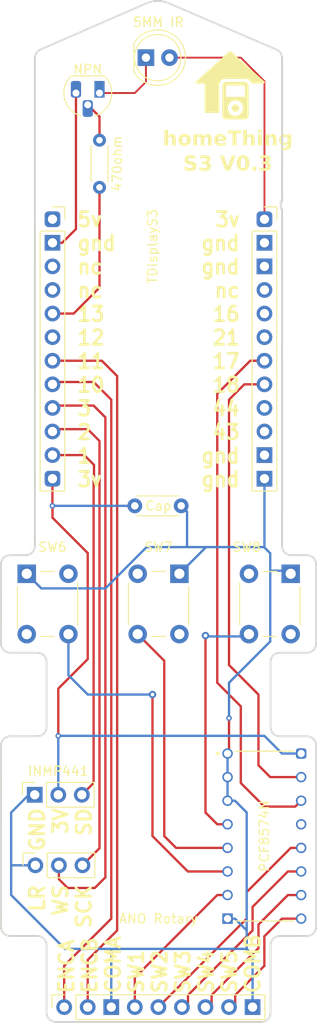
<source format=kicad_pcb>
(kicad_pcb (version 20221018) (generator pcbnew)
  (layers (0 "F.Cu" signal) (31 "B.Cu" signal) (34 "B.Paste" user) (35 "F.Paste" user) (36 "B.SilkS" user "B.Silkscreen") (37 "F.SilkS" user "F.Silkscreen") (38 "B.Mask" user) (39 "F.Mask" user) (44 "Edge.Cuts" user))
  (net 0 "")
  (net 1 "enca")
  (net 2 "ground")
  (net 3 "sw1")
  (net 4 "sw2")
  (net 5 "sw3")
  (net 6 "sw4")
  (net 7 "sw5")
  (net 8 "sw6")
  (net 9 "sw7")
  (net 10 "sw8")
  (net 11 "encb")
  (net 12 "3v")
  (net 13 "ground2")
  (net 14 "ws")
  (net 15 "sck")
  (net 16 "sd")
  (net 17 "irled")
  (net 18 "SDA")
  (net 19 "SCL")
  (net 20 "5v")
  (net 21 "3v2")
  (footprint "Resistor_THT:R_Axial_DIN0204_L3.6mm_D1.6mm_P5.08mm_Horizontal" (layer "F.Cu") (at 203.835 62.23 90)
    (fp_text reference "470ohm")
    (fp_text value "R_Axial_DIN0204_L3.6mm_D1.6mm_P5.08mm_Horizontal" hide)
  )
  (footprint "Connector_PinSocket_2.54mm:PinSocket_1x03_P2.54mm_Vertical" (layer "F.Cu") (at 196.917 135.225 90)
    (fp_text reference "INMP441 2" hide)
    (fp_text value "PinSocket_1x03_P2.54mm_Vertical" hide)
  )
  (footprint "Connector_PinSocket_2.54mm:PinSocket_1x09_P2.54mm_Vertical" (layer "F.Cu") (at 200.025 150.495 90)
    (fp_text reference "ANO Rotary")
    (fp_text value "PinSocket_1x09_P2.54mm_Vertical" hide)
  )
  (footprint "Button_Switch_THT:SW_PUSH_6mm_H9.5mm" (layer "F.Cu") (at 195.98602 110.335004 90)
    (fp_text reference "SW6")
    (fp_text value "SW_PUSH_6mm_H9.5mm" hide)
  )
  (footprint "Package_TO_SOT_THT:TO-92L_HandSolder" (layer "F.Cu") (at 203.835 52.07 180)
    (fp_text reference "NPN")
    (fp_text value "TO-92L_HandSolder" hide)
  )
  (footprint "PCF8574N:DIP794W45P254L1969H508Q16" (layer "F.Cu") (at 221.615 132.08)
    (fp_text reference "PCF8574N")
    (fp_text value "DIP794W45P254L1969H508Q16" hide)
  )
  (footprint "Button_Switch_THT:SW_PUSH_6mm_H9.5mm" (layer "F.Cu") (at 219.954436 110.336007 90)
    (fp_text reference "SW8")
    (fp_text value "SW_PUSH_6mm_H9.5mm" hide)
  )
  (footprint "Capacitor_THT:C_Disc_D4.3mm_W1.9mm_P5.00mm" (layer "F.Cu") (at 207.645 96.52)
    (fp_text reference "Cap")
    (fp_text value "C_Disc_D4.3mm_W1.9mm_P5.00mm" hide)
  )
  (footprint "LED_THT:LED_D5.0mm_Clear" (layer "F.Cu") (at 208.843066 48.26)
    (fp_text reference "5MM IR")
    (fp_text value "LED_D5.0mm_Clear" hide)
  )
  (footprint "Button_Switch_THT:SW_PUSH_6mm_H9.5mm" (layer "F.Cu") (at 207.954436 110.335525 90)
    (fp_text reference "SW7")
    (fp_text value "SW_PUSH_6mm_H9.5mm" hide)
  )
  (footprint "Connector_PinSocket_2.54mm:PinSocket_1x12_P2.54mm_Vertical" (layer "F.Cu") (at 198.765756 65.656891)
    (fp_text reference "TDisplayS3")
    (fp_text value "PinSocket_1x12_P2.54mm_Vertical" hide)
  )
  (footprint "Connector_PinSocket_2.54mm:PinSocket_1x12_P2.54mm_Vertical" (layer "F.Cu") (at 221.625756 65.657409)
    (fp_text reference "REF**" hide)
    (fp_text value "PinSocket_1x12_P2.54mm_Vertical" hide)
  )
  (footprint "Connector_PinSocket_2.54mm:PinSocket_1x03_P2.54mm_Vertical" (layer "F.Cu") (at 196.85 127.635 90)
    (fp_text reference "INMP441")
    (fp_text value "PinSocket_1x03_P2.54mm_Vertical" hide)
  )
  (gr_poly (pts (xy 217.928374 47.548488) (xy 217.934358 47.548883) (xy 217.940323 47.549546) (xy 217.946259 47.550478) (xy 217.952157 47.551678) (xy 217.958007 47.553147) (xy 217.963799 47.554883) (xy 217.969524 47.556888) (xy 217.975172 47.559161) (xy 217.980733 47.561703) (xy 217.986198 47.564513) (xy 217.991557 47.567591) (xy 217.9968 47.570938) (xy 218.001918 47.574553) (xy 218.006901 47.578437) (xy 218.011739 47.582588) (xy 221.615421 50.825651) (xy 221.61542 50.82566) (xy 221.623504 50.833521) (xy 221.630732 50.841745) (xy 221.637119 50.850293) (xy 221.642682 50.859124) (xy 221.647436 50.868198) (xy 221.651395 50.877475) (xy 221.654576 50.886915) (xy 221.656994 50.896477) (xy 221.658664 50.906122) (xy 221.659602 50.915808) (xy 221.659823 50.925496) (xy 221.659343 50.935146) (xy 221.658176 50.944718) (xy 221.65634 50.95417) (xy 221.653848 50.963463) (xy 221.650716 50.972557) (xy 221.646961 50.981412) (xy 221.642596 50.989987) (xy 221.637638 50.998241) (xy 221.632102 51.006136) (xy 221.626004 51.01363) (xy 221.619359 51.020684) (xy 221.612182 51.027256) (xy 221.604489 51.033308) (xy 221.596295 51.038798) (xy 221.587616 51.043687) (xy 221.578467 51.047934) (xy 221.568864 51.051499) (xy 221.558822 51.054341) (xy 221.548356 51.056422) (xy 221.537482 51.057699) (xy 221.526215 51.058134) (xy 220.515236 51.058134) (xy 220.515177 51.057885) (xy 220.515108 51.057599) (xy 220.515014 51.057227) (xy 220.298737 51.057227) (xy 220.293839 51.057137) (xy 220.288975 51.056869) (xy 220.284149 51.056426) (xy 220.279364 51.05581) (xy 220.274624 51.055025) (xy 220.269932 51.054071) (xy 220.265293 51.052952) (xy 220.260711 51.051671) (xy 220.256188 51.05023) (xy 220.251729 51.048631) (xy 220.247337 51.046878) (xy 220.243016 51.044972) (xy 220.23877 51.042916) (xy 220.234603 51.040713) (xy 220.230518 51.038365) (xy 220.226518 51.035876) (xy 220.222608 51.033246) (xy 220.218791 51.03048) (xy 220.215072 51.027579) (xy 220.211453 51.024546) (xy 220.207938 51.021384) (xy 220.204532 51.018095) (xy 220.201237 51.014682) (xy 220.198058 51.011147) (xy 220.194999 51.007492) (xy 220.192062 51.003722) (xy 220.189252 50.999837) (xy 220.186572 50.99584) (xy 220.184027 50.991735) (xy 220.181619 50.987523) (xy 220.179353 50.983208) (xy 220.177232 50.978791) (xy 220.161556 50.946092) (xy 220.143628 50.911933) (xy 220.123361 50.876806) (xy 220.100666 50.841204) (xy 220.075454 50.80562) (xy 220.047638 50.770545) (xy 220.017129 50.736473) (xy 219.983839 50.703897) (xy 219.947679 50.673308) (xy 219.928495 50.658912) (xy 219.908561 50.645199) (xy 219.887865 50.632229) (xy 219.866397 50.620063) (xy 219.844145 50.608764) (xy 219.821098 50.598393) (xy 219.797245 50.589012) (xy 219.772576 50.580681) (xy 219.747079 50.573463) (xy 219.720743 50.56742) (xy 219.693557 50.562612) (xy 219.665511 50.559102) (xy 219.636592 50.55695) (xy 219.60679 50.55622) (xy 217.430593 50.55622) (xy 217.387289 50.557281) (xy 217.345485 50.560425) (xy 217.305172 50.565594) (xy 217.266343 50.57273) (xy 217.22899 50.581774) (xy 217.193103 50.592668) (xy 217.158675 50.605353) (xy 217.125698 50.619771) (xy 217.094163 50.635864) (xy 217.064063 50.653573) (xy 217.035389 50.67284) (xy 217.008132 50.693606) (xy 216.982285 50.715813) (xy 216.957839 50.739404) (xy 216.934787 50.764318) (xy 216.91312 50.790499) (xy 216.892829 50.817887) (xy 216.873907 50.846425) (xy 216.856345 50.876053) (xy 216.840136 50.906714) (xy 216.82527 50.938349) (xy 216.81174 50.970899) (xy 216.788655 51.038514) (xy 216.770813 51.109092) (xy 216.758151 51.182164) (xy 216.750602 51.257266) (xy 216.7481 51.333928) (xy 216.763908 54.082586) (xy 216.763778 54.089448) (xy 216.763307 54.096223) (xy 216.762502 54.102901) (xy 216.761371 54.109474) (xy 216.759924 54.115935) (xy 216.758167 54.122273) (xy 216.756111 54.128482) (xy 216.753762 54.134552) (xy 216.75113 54.140475) (xy 216.748222 54.146243) (xy 216.745047 54.151847) (xy 216.741614 54.157278) (xy 216.73793 54.162529) (xy 216.734004 54.167592) (xy 216.729844 54.172456) (xy 216.725458 54.177115) (xy 216.720856 54.181559) (xy 216.716044 54.185781) (xy 216.711033 54.189771) (xy 216.705828 54.193522) (xy 216.700441 54.197024) (xy 216.694877 54.20027) (xy 216.689146 54.203251) (xy 216.683257 54.205959) (xy 216.677217 54.208385) (xy 216.671034 54.210521) (xy 216.664718 54.212358) (xy 216.658276 54.213888) (xy 216.651717 54.215103) (xy 216.645049 54.215994) (xy 216.63828 54.216552) (xy 216.631419 54.216769) (xy 216.181372 54.219668) (xy 216.181367 54.219287) (xy 216.181364 54.218868) (xy 216.181363 54.217991) (xy 215.308207 54.218612) (xy 215.301342 54.218443) (xy 215.294566 54.217933) (xy 215.287888 54.217089) (xy 215.281318 54.21592) (xy 215.274862 54.214434) (xy 215.26853 54.212641) (xy 215.262331 54.210547) (xy 215.256271 54.208161) (xy 215.25036 54.205493) (xy 215.244607 54.202549) (xy 215.239018 54.19934) (xy 215.233604 54.195872) (xy 215.228372 54.192155) (xy 215.223331 54.188196) (xy 215.218489 54.184005) (xy 215.213854 54.179589) (xy 215.209435 54.174958) (xy 215.205241 54.170118) (xy 215.201279 54.16508) (xy 215.197558 54.15985) (xy 215.194087 54.154438) (xy 215.190873 54.148852) (xy 215.187926 54.1431) (xy 215.185253 54.137191) (xy 215.182863 54.131133) (xy 215.180765 54.124935) (xy 215.178967 54.118604) (xy 215.177476 54.11215) (xy 215.176303 54.10558) (xy 215.175454 54.098903) (xy 215.174938 54.092128) (xy 215.174765 54.085262) (xy 215.174765 51.191474) (xy 215.174591 51.184612) (xy 215.174076 51.17784) (xy 215.173228 51.171166) (xy 215.172056 51.1646) (xy 215.170567 51.158148) (xy 215.16877 51.15182) (xy 215.166673 51.145624) (xy 215.164286 51.139568) (xy 215.161615 51.133661) (xy 215.15867 51.127912) (xy 215.155459 51.122327) (xy 215.151991 51.116917) (xy 215.148273 51.111689) (xy 215.144314 51.106651) (xy 215.140123 51.101813) (xy 215.135708 51.097181) (xy 215.131077 51.092766) (xy 215.126238 51.088575) (xy 215.121201 51.084616) (xy 215.115972 51.080898) (xy 215.110562 51.07743) (xy 215.104978 51.074219) (xy 215.099228 51.071274) (xy 215.093321 51.068604) (xy 215.087265 51.066216) (xy 215.081069 51.06412) (xy 215.074741 51.062323) (xy 215.06829 51.060834) (xy 215.061723 51.059661) (xy 215.055049 51.058813) (xy 215.048277 51.058298) (xy 215.041415 51.058125) (xy 214.335743 51.058125) (xy 214.32449 51.057691) (xy 214.313629 51.056416) (xy 214.303174 51.054339) (xy 214.293142 51.051502) (xy 214.283547 51.047944) (xy 214.274405 51.043705) (xy 214.265731 51.038826) (xy 214.257542 51.033346) (xy 214.249852 51.027305) (xy 214.242676 51.020744) (xy 214.236031 51.013702) (xy 214.229932 51.006221) (xy 214.224393 50.998339) (xy 214.219432 50.990097) (xy 214.215062 50.981534) (xy 214.211299 50.972692) (xy 214.20816 50.963611) (xy 214.205659 50.954329) (xy 214.203811 50.944888) (xy 214.202633 50.935327) (xy 214.202139 50.925687) (xy 214.202345 50.916007) (xy 214.203267 50.906328) (xy 214.20492 50.89669) (xy 214.207319 50.887133) (xy 214.210479 50.877697) (xy 214.214417 50.868421) (xy 214.219148 50.859347) (xy 214.224687 50.850514) (xy 214.231049 50.841963) (xy 214.23825 50.833733) (xy 214.246306 50.825864) (xy 217.833106 47.582801) (xy 217.837934 47.578638) (xy 217.842908 47.574743) (xy 217.848017 47.571115) (xy 217.853252 47.567756) (xy 217.858603 47.564665) (xy 217.864061 47.561842) (xy 217.869616 47.559287) (xy 217.875259 47.557001) (xy 217.880979 47.554982) (xy 217.886767 47.553232) (xy 217.892613 47.551749) (xy 217.898508 47.550535) (xy 217.904442 47.549589) (xy 217.910405 47.548912) (xy 217.916388 47.548502) (xy 217.922381 47.548361)) (fill solid) (layer "F.SilkS"))
  (gr_poly (pts (xy 218.506591 53.292792) (xy 218.516624 53.29318) (xy 218.526628 53.293822) (xy 218.536597 53.294717) (xy 218.546529 53.295861) (xy 218.556418 53.297253) (xy 218.566262 53.298888) (xy 218.576055 53.300765) (xy 218.585794 53.302881) (xy 218.595475 53.305233) (xy 218.605093 53.307818) (xy 218.614645 53.310633) (xy 218.624126 53.313677) (xy 218.633533 53.316946) (xy 218.642861 53.320437) (xy 218.652106 53.324148) (xy 218.661254 53.328076) (xy 218.670289 53.332219) (xy 218.679207 53.336572) (xy 218.688005 53.341135) (xy 218.696678 53.345904) (xy 218.705222 53.350877) (xy 218.713633 53.35605) (xy 218.721907 53.361422) (xy 218.73004 53.366988) (xy 218.738028 53.372747) (xy 218.745866 53.378697) (xy 218.753552 53.384833) (xy 218.76108 53.391154) (xy 218.768446 53.397657) (xy 218.775647 53.404338) (xy 218.782679 53.411196) (xy 218.7897 53.418391) (xy 218.796524 53.425734) (xy 218.80315 53.433225) (xy 218.809577 53.440859) (xy 218.815803 53.448634) (xy 218.821827 53.456547) (xy 218.827648 53.464596) (xy 218.833264 53.472778) (xy 218.838673 53.48109) (xy 218.843875 53.48953) (xy 218.848868 53.498095) (xy 218.853651 53.506781) (xy 218.858222 53.515587) (xy 218.86258 53.52451) (xy 218.866724 53.533546) (xy 218.870652 53.542694) (xy 218.874353 53.551939) (xy 218.877815 53.561267) (xy 218.881038 53.570674) (xy 218.884022 53.580155) (xy 218.886768 53.589707) (xy 218.889274 53.599326) (xy 218.891542 53.609006) (xy 218.893572 53.618745) (xy 218.895362 53.628539) (xy 218.896914 53.638382) (xy 218.898227 53.648272) (xy 218.899302 53.658203) (xy 218.900137 53.668173) (xy 218.900734 53.678177) (xy 218.901092 53.68821) (xy 218.901212 53.698269) (xy 218.901092 53.708165) (xy 218.900734 53.718056) (xy 218.900137 53.727936) (xy 218.899302 53.7378) (xy 218.898227 53.747642) (xy 218.896914 53.757456) (xy 218.895363 53.767239) (xy 218.893572 53.776983) (xy 218.891543 53.786684) (xy 218.889275 53.796336) (xy 218.886768 53.805933) (xy 218.884022 53.815471) (xy 218.881038 53.824944) (xy 218.877815 53.834347) (xy 218.874353 53.843673) (xy 218.870652 53.852918) (xy 218.866724 53.862066) (xy 218.86258 53.871103) (xy 218.858222 53.880025) (xy 218.853651 53.888831) (xy 218.848868 53.897518) (xy 218.843875 53.906082) (xy 218.838673 53.914522) (xy 218.833263 53.922834) (xy 218.827648 53.931016) (xy 218.821827 53.939066) (xy 218.815803 53.946979) (xy 218.809577 53.954754) (xy 218.80315 53.962388) (xy 218.796524 53.969878) (xy 218.7897 53.977222) (xy 218.782679 53.984416) (xy 218.775647 53.991274) (xy 218.768446 53.997956) (xy 218.76108 54.004459) (xy 218.753552 54.01078) (xy 218.745866 54.016916) (xy 218.738028 54.022865) (xy 218.73004 54.028624) (xy 218.721907 54.034191) (xy 218.713633 54.039562) (xy 218.705222 54.044736) (xy 218.696678 54.049708) (xy 218.688005 54.054477) (xy 218.679207 54.05904) (xy 218.670289 54.063394) (xy 218.661254 54.067537) (xy 218.652106 54.071465) (xy 218.642861 54.075175) (xy 218.633533 54.078667) (xy 218.624126 54.081935) (xy 218.614645 54.084979) (xy 218.605093 54.087795) (xy 218.595475 54.09038) (xy 218.585794 54.092731) (xy 218.576055 54.094847) (xy 218.566262 54.096724) (xy 218.556419 54.098359) (xy 218.546529 54.099751) (xy 218.536597 54.100895) (xy 218.526628 54.10179) (xy 218.516624 54.102433) (xy 218.506591 54.10282) (xy 218.496532 54.10295) (xy 218.486635 54.10282) (xy 218.476745 54.102433) (xy 218.466865 54.10179) (xy 218.457001 54.100895) (xy 218.447159 54.099751) (xy 218.437345 54.098359) (xy 218.427562 54.096724) (xy 218.417818 54.094847) (xy 218.408117 54.092731) (xy 218.398465 54.09038) (xy 218.388867 54.087795) (xy 218.379329 54.084979) (xy 218.369856 54.081935) (xy 218.360454 54.078667) (xy 218.351127 54.075175) (xy 218.341882 54.071465) (xy 218.332735 54.067537) (xy 218.323698 54.063394) (xy 218.314775 54.05904) (xy 218.305969 54.054477) (xy 218.297283 54.049708) (xy 218.288718 54.044736) (xy 218.280279 54.039562) (xy 218.271966 54.034191) (xy 218.263784 54.028624) (xy 218.255735 54.022865) (xy 218.247822 54.016916) (xy 218.240047 54.01078) (xy 218.232413 54.004459) (xy 218.224923 53.997956) (xy 218.217579 53.991274) (xy 218.210385 53.984416) (xy 218.203516 53.977222) (xy 218.196805 53.969878) (xy 218.190257 53.962388) (xy 218.183877 53.954754) (xy 218.17767 53.946979) (xy 218.171643 53.939065) (xy 218.1658 53.931016) (xy 218.160147 53.922834) (xy 218.154689 53.914522) (xy 218.149432 53.906082) (xy 218.144381 53.897518) (xy 218.139542 53.888831) (xy 218.13492 53.880025) (xy 218.130521 53.871103) (xy 218.126349 53.862066) (xy 218.122411 53.852918) (xy 218.11871 53.843673) (xy 218.115248 53.834347) (xy 218.112025 53.824944) (xy 218.109041 53.815471) (xy 218.106295 53.805933) (xy 218.103789 53.796336) (xy 218.10152 53.786684) (xy 218.099491 53.776983) (xy 218.097701 53.767239) (xy 218.096149 53.757456) (xy 218.094836 53.747642) (xy 218.093761 53.7378) (xy 218.092926 53.727936) (xy 218.092329 53.718056) (xy 218.091971 53.708165) (xy 218.091851 53.698269) (xy 218.091971 53.68821) (xy 218.092329 53.678177) (xy 218.092926 53.668173) (xy 218.093761 53.658203) (xy 218.094836 53.648272) (xy 218.096149 53.638382) (xy 218.0977 53.628539) (xy 218.099491 53.618745) (xy 218.10152 53.609006) (xy 218.103788 53.599326) (xy 218.106295 53.589707) (xy 218.109041 53.580155) (xy 218.112025 53.570674) (xy 218.115248 53.561267) (xy 218.11871 53.551939) (xy 218.122411 53.542694) (xy 218.126349 53.533546) (xy 218.130521 53.52451) (xy 218.13492 53.515587) (xy 218.139542 53.506781) (xy 218.144382 53.498095) (xy 218.149432 53.48953) (xy 218.154689 53.48109) (xy 218.160147 53.472778) (xy 218.1658 53.464596) (xy 218.171643 53.456547) (xy 218.17767 53.448633) (xy 218.183877 53.440858) (xy 218.190257 53.433224) (xy 218.196805 53.425734) (xy 218.203516 53.418391) (xy 218.210385 53.411196) (xy 218.217579 53.404338) (xy 218.224923 53.397657) (xy 218.232413 53.391154) (xy 218.240047 53.384833) (xy 218.247822 53.378697) (xy 218.255735 53.372747) (xy 218.263784 53.366988) (xy 218.271966 53.361422) (xy 218.280279 53.35605) (xy 218.288718 53.350877) (xy 218.297283 53.345904) (xy 218.305969 53.341135) (xy 218.314775 53.336572) (xy 218.323698 53.332219) (xy 218.332735 53.328076) (xy 218.341882 53.324148) (xy 218.351127 53.320437) (xy 218.360454 53.316946) (xy 218.369856 53.313677) (xy 218.379329 53.310633) (xy 218.388867 53.307818) (xy 218.398465 53.305233) (xy 218.408117 53.302881) (xy 218.417818 53.300765) (xy 218.427562 53.298888) (xy 218.437345 53.297253) (xy 218.447159 53.295861) (xy 218.457001 53.294717) (xy 218.466865 53.293822) (xy 218.476745 53.29318) (xy 218.486635 53.292792) (xy 218.496532 53.292662)) (fill solid) (layer "F.SilkS"))
  (gr_poly (pts (xy 219.518591 50.863775) (xy 219.528482 50.864133) (xy 219.538362 50.86473) (xy 219.548225 50.865566) (xy 219.558067 50.86664) (xy 219.567882 50.867953) (xy 219.577664 50.869505) (xy 219.587408 50.871296) (xy 219.597109 50.873325) (xy 219.606761 50.875593) (xy 219.616359 50.8781) (xy 219.625897 50.880845) (xy 219.63537 50.88383) (xy 219.644772 50.887053) (xy 219.654099 50.890515) (xy 219.663344 50.894215) (xy 219.672492 50.898144) (xy 219.681528 50.902287) (xy 219.690451 50.906646) (xy 219.699257 50.911217) (xy 219.707944 50.916) (xy 219.716508 50.920993) (xy 219.724948 50.926195) (xy 219.73326 50.931604) (xy 219.741442 50.93722) (xy 219.749491 50.943041) (xy 219.757405 50.949065) (xy 219.76518 50.955291) (xy 219.772814 50.961718) (xy 219.780304 50.968344) (xy 219.787647 50.975168) (xy 219.794842 50.982189) (xy 219.801863 50.989383) (xy 219.808687 50.996727) (xy 219.815313 51.004217) (xy 219.82174 51.011851) (xy 219.827966 51.019626) (xy 219.833991 51.02754) (xy 219.839811 51.035589) (xy 219.845427 51.043771) (xy 219.850836 51.052083) (xy 219.856038 51.060523) (xy 219.861031 51.069087) (xy 219.865814 51.077774) (xy 219.870385 51.08658) (xy 219.874744 51.095503) (xy 219.878888 51.104539) (xy 219.882816 51.113687) (xy 219.886516 51.122932) (xy 219.889978 51.132258) (xy 219.893201 51.141661) (xy 219.896185 51.151134) (xy 219.898931 51.160672) (xy 219.901438 51.17027) (xy 219.903706 51.179922) (xy 219.905735 51.189622) (xy 219.907526 51.199367) (xy 219.909077 51.209149) (xy 219.910391 51.218964) (xy 219.911465 51.228806) (xy 219.9123 51.238669) (xy 219.912897 51.248549) (xy 219.913255 51.25844) (xy 219.913375 51.268336) (xy 219.913375 54.506704) (xy 219.913255 54.516763) (xy 219.912897 54.526796) (xy 219.9123 54.5368) (xy 219.911465 54.54677) (xy 219.910391 54.556701) (xy 219.909077 54.566591) (xy 219.907526 54.576434) (xy 219.905735 54.586228) (xy 219.903706 54.595967) (xy 219.901438 54.605647) (xy 219.898931 54.615266) (xy 219.896185 54.624817) (xy 219.893201 54.634299) (xy 219.889978 54.643705) (xy 219.886516 54.653033) (xy 219.882816 54.662279) (xy 219.878888 54.671426) (xy 219.874744 54.680461) (xy 219.870385 54.68938) (xy 219.865814 54.698177) (xy 219.861031 54.70685) (xy 219.856038 54.715394) (xy 219.850836 54.723805) (xy 219.845427 54.732079) (xy 219.839811 54.740212) (xy 219.833991 54.7482) (xy 219.827966 54.756038) (xy 219.82174 54.763723) (xy 219.815313 54.771251) (xy 219.808687 54.778618) (xy 219.801863 54.785819) (xy 219.794842 54.79285) (xy 219.787647 54.799871) (xy 219.780304 54.806696) (xy 219.772813 54.813322) (xy 219.765179 54.819749) (xy 219.757404 54.825975) (xy 219.749491 54.831999) (xy 219.741442 54.83782) (xy 219.73326 54.843435) (xy 219.724948 54.848845) (xy 219.716508 54.854047) (xy 219.707943 54.85904) (xy 219.699257 54.863823) (xy 219.690451 54.868394) (xy 219.681528 54.872752) (xy 219.672492 54.876896) (xy 219.663344 54.880825) (xy 219.654099 54.884525) (xy 219.644772 54.887987) (xy 219.63537 54.89121) (xy 219.625897 54.894194) (xy 219.616359 54.89694) (xy 219.606761 54.899447) (xy 219.597109 54.901715) (xy 219.587408 54.903744) (xy 219.577664 54.905535) (xy 219.567882 54.907086) (xy 219.558067 54.9084) (xy 219.548225 54.909474) (xy 219.538362 54.91031) (xy 219.528482 54.910906) (xy 219.518591 54.911265) (xy 219.508695 54.911384) (xy 217.484368 54.911384) (xy 217.474472 54.911265) (xy 217.464581 54.910906) (xy 217.454701 54.91031) (xy 217.444837 54.909474) (xy 217.434995 54.9084) (xy 217.425181 54.907086) (xy 217.415398 54.905535) (xy 217.405654 54.903744) (xy 217.395953 54.901715) (xy 217.386301 54.899447) (xy 217.376703 54.89694) (xy 217.367165 54.894194) (xy 217.357692 54.89121) (xy 217.34829 54.887987) (xy 217.338964 54.884525) (xy 217.329719 54.880825) (xy 217.320571 54.876896) (xy 217.311534 54.872752) (xy 217.302611 54.868394) (xy 217.293805 54.863823) (xy 217.285119 54.85904) (xy 217.276554 54.854047) (xy 217.268114 54.848845) (xy 217.259802 54.843435) (xy 217.25162 54.83782) (xy 217.243571 54.831999) (xy 217.235658 54.825975) (xy 217.227883 54.819749) (xy 217.220249 54.813322) (xy 217.212759 54.806696) (xy 217.205415 54.799871) (xy 217.19822 54.79285) (xy 217.191199 54.785819) (xy 217.184375 54.778618) (xy 217.177749 54.771251) (xy 217.171322 54.763723) (xy 217.165096 54.756038) (xy 217.159072 54.7482) (xy 217.153251 54.740212) (xy 217.147635 54.732079) (xy 217.142226 54.723805) (xy 217.137024 54.715394) (xy 217.132031 54.70685) (xy 217.127248 54.698177) (xy 217.122677 54.68938) (xy 217.118319 54.680461) (xy 217.114175 54.671426) (xy 217.110246 54.662279) (xy 217.106546 54.653033) (xy 217.103084 54.643705) (xy 217.099861 54.634299) (xy 217.096877 54.624817) (xy 217.094131 54.615266) (xy 217.091625 54.605647) (xy 217.089357 54.595967) (xy 217.087327 54.586228) (xy 217.085537 54.576434) (xy 217.083985 54.566591) (xy 217.082672 54.556701) (xy 217.081597 54.54677) (xy 217.080762 54.5368) (xy 217.080165 54.526796) (xy 217.079807 54.516763) (xy 217.079687 54.506704) (xy 217.079687 53.698269) (xy 217.687171 53.698269) (xy 217.68742 53.718062) (xy 217.688166 53.737843) (xy 217.689405 53.757603) (xy 217.691136 53.77733) (xy 217.693354 53.797014) (xy 217.696059 53.816644) (xy 217.699246 53.836208) (xy 217.702914 53.855696) (xy 217.707059 53.875098) (xy 217.711679 53.894402) (xy 217.716771 53.913598) (xy 217.722332 53.932674) (xy 217.72836 53.95162) (xy 217.734851 53.970424) (xy 217.741804 53.989077) (xy 217.749216 54.007567) (xy 217.75692 54.025873) (xy 217.765092 54.043974) (xy 217.773727 54.061861) (xy 217.782814 54.079524) (xy 217.792346 54.096953) (xy 217.802315 54.11414) (xy 217.812712 54.131074) (xy 217.823531 54.147747) (xy 217.834761 54.164148) (xy 217.846396 54.180269) (xy 217.858427 54.196099) (xy 217.870845 54.211629) (xy 217.883644 54.22685) (xy 217.896814 54.241753) (xy 217.910348 54.256327) (xy 217.924238 54.270563) (xy 217.938474 54.284442) (xy 217.953048 54.297949) (xy 217.96795 54.311077) (xy 217.983171 54.323825) (xy 217.998702 54.336188) (xy 218.014532 54.348161) (xy 218.030653 54.359741) (xy 218.047054 54.370923) (xy 218.063726 54.381704) (xy 218.080661 54.392079) (xy 218.097848 54.402045) (xy 218.115277 54.411597) (xy 218.13294 54.420731) (xy 218.150827 54.429443) (xy 218.168928 54.437729) (xy 218.187233 54.445585) (xy 218.205713 54.452997) (xy 218.224338 54.45995) (xy 218.243102 54.466442) (xy 218.261997 54.47247) (xy 218.281017 54.478031) (xy 218.300154 54.483123) (xy 218.319403 54.487743) (xy 218.338757 54.491888) (xy 218.358208 54.495555) (xy 218.37775 54.498743) (xy 218.397376 54.501447) (xy 218.41708 54.503666) (xy 218.436854 54.505396) (xy 218.456692 54.506636) (xy 218.476586 54.507381) (xy 218.496531 54.50763) (xy 218.516487 54.507381) (xy 218.536411 54.506636) (xy 218.556294 54.505396) (xy 218.576128 54.503666) (xy 218.595901 54.501447) (xy 218.615606 54.498743) (xy 218.635231 54.495555) (xy 218.654769 54.491888) (xy 218.674209 54.487743) (xy 218.693541 54.483123) (xy 218.712757 54.478031) (xy 218.731847 54.47247) (xy 218.750801 54.466442) (xy 218.76961 54.45995) (xy 218.788265 54.452997) (xy 218.806755 54.445585) (xy 218.82505 54.437729) (xy 218.843122 54.429443) (xy 218.860963 54.420731) (xy 218.878567 54.411597) (xy 218.895926 54.402045) (xy 218.913035 54.392079) (xy 218.929885 54.381704) (xy 218.946472 54.370923) (xy 218.962787 54.359741) (xy 218.978823 54.348161) (xy 218.994575 54.336188) (xy 219.010036 54.323825) (xy 219.025198 54.311077) (xy 219.040054 54.297948) (xy 219.054599 54.284442) (xy 219.068825 54.270563) (xy 219.082867 54.256327) (xy 219.096516 54.241753) (xy 219.109769 54.22685) (xy 219.122622 54.211629) (xy 219.135075 54.196099) (xy 219.147123 54.180268) (xy 219.158764 54.164148) (xy 219.169995 54.147747) (xy 219.180814 54.131074) (xy 219.191218 54.11414) (xy 219.201204 54.096953) (xy 219.21077 54.079523) (xy 219.219912 54.061861) (xy 219.228629 54.043974) (xy 219.236917 54.025873) (xy 219.244773 54.007567) (xy 219.252185 53.989077) (xy 219.259138 53.970424) (xy 219.265629 53.951619) (xy 219.271657 53.932673) (xy 219.277218 53.913597) (xy 219.28231 53.894402) (xy 219.28693 53.875098) (xy 219.291075 53.855696) (xy 219.294743 53.836208) (xy 219.29793 53.816643) (xy 219.300634 53.797014) (xy 219.302853 53.77733) (xy 219.304584 53.757603) (xy 219.305823 53.737843) (xy 219.306569 53.718062) (xy 219.306818 53.698269) (xy 219.306569 53.678314) (xy 219.305823 53.65839) (xy 219.304584 53.638506) (xy 219.302853 53.618673) (xy 219.300634 53.5989) (xy 219.29793 53.579195) (xy 219.294743 53.559569) (xy 219.291075 53.540032) (xy 219.28693 53.520592) (xy 219.28231 53.501259) (xy 219.277218 53.482043) (xy 219.271657 53.462953) (xy 219.265629 53.443999) (xy 219.259138 53.42519) (xy 219.252185 53.406536) (xy 219.244773 53.388045) (xy 219.236917 53.36975) (xy 219.228629 53.351676) (xy 219.219912 53.333831) (xy 219.21077 53.316219) (xy 219.201204 53.298846) (xy 219.191218 53.281717) (xy 219.180814 53.264837) (xy 219.169995 53.248213) (xy 219.158764 53.231849) (xy 219.147123 53.215751) (xy 219.135075 53.199924) (xy 219.122622 53.184374) (xy 219.109769 53.169106) (xy 219.096516 53.154126) (xy 219.082867 53.139438) (xy 219.068825 53.125049) (xy 219.054599 53.11117) (xy 219.040054 53.097664) (xy 219.025198 53.084535) (xy 219.010036 53.071787) (xy 218.994576 53.059425) (xy 218.978824 53.047451) (xy 218.962787 53.035872) (xy 218.946472 53.024689) (xy 218.929886 53.013908) (xy 218.913035 53.003533) (xy 218.895926 52.993568) (xy 218.878567 52.984016) (xy 218.860963 52.974882) (xy 218.843122 52.966169) (xy 218.825051 52.957883) (xy 218.806755 52.950027) (xy 218.788265 52.942615) (xy 218.76961 52.935662) (xy 218.750801 52.929171) (xy 218.731847 52.923143) (xy 218.712757 52.917581) (xy 218.693541 52.91249) (xy 218.674208 52.90787) (xy 218.654769 52.903725) (xy 218.635231 52.900057) (xy 218.615605 52.89687) (xy 218.595901 52.894166) (xy 218.576128 52.891947) (xy 218.556294 52.890216) (xy 218.536411 52.888977) (xy 218.516487 52.888231) (xy 218.496531 52.887982) (xy 218.476586 52.888231) (xy 218.456692 52.888977) (xy 218.436854 52.890216) (xy 218.41708 52.891947) (xy 218.397376 52.894166) (xy 218.37775 52.89687) (xy 218.358208 52.900057) (xy 218.338757 52.903725) (xy 218.319403 52.90787) (xy 218.300154 52.91249) (xy 218.281017 52.917581) (xy 218.261997 52.923143) (xy 218.243102 52.929171) (xy 218.224338 52.935662) (xy 218.205713 52.942615) (xy 218.187233 52.950027) (xy 218.168928 52.957883) (xy 218.150827 52.966169) (xy 218.13294 52.974882) (xy 218.115277 52.984016) (xy 218.097848 52.993568) (xy 218.080661 53.003533) (xy 218.063726 53.013909) (xy 218.047054 53.024689) (xy 218.030653 53.035872) (xy 218.014532 53.047452) (xy 217.998702 53.059425) (xy 217.983171 53.071787) (xy 217.96795 53.084535) (xy 217.953048 53.097664) (xy 217.938474 53.11117) (xy 217.924238 53.125049) (xy 217.910348 53.139438) (xy 217.896814 53.154126) (xy 217.883644 53.169106) (xy 217.870845 53.184374) (xy 217.858427 53.199924) (xy 217.846396 53.215751) (xy 217.834761 53.231849) (xy 217.823531 53.248213) (xy 217.812712 53.264838) (xy 217.802315 53.281717) (xy 217.792346 53.298846) (xy 217.782814 53.316219) (xy 217.773727 53.333831) (xy 217.765092 53.351677) (xy 217.75692 53.36975) (xy 217.749216 53.388045) (xy 217.741804 53.406536) (xy 217.734851 53.42519) (xy 217.72836 53.443999) (xy 217.722332 53.462953) (xy 217.71677 53.482043) (xy 217.711679 53.501259) (xy 217.707059 53.520592) (xy 217.702914 53.540032) (xy 217.699246 53.559569) (xy 217.696059 53.579195) (xy 217.693354 53.598899) (xy 217.691136 53.618673) (xy 217.689405 53.638506) (xy 217.688166 53.65839) (xy 217.68742 53.678314) (xy 217.687171 53.698269) (xy 217.079687 53.698269) (xy 217.079687 52.349952) (xy 217.484368 52.349952) (xy 217.484541 52.356815) (xy 217.485056 52.363587) (xy 217.485904 52.37026) (xy 217.487077 52.376827) (xy 217.488566 52.383279) (xy 217.490363 52.389607) (xy 217.492459 52.395803) (xy 217.494847 52.401858) (xy 217.497517 52.407765) (xy 217.500462 52.413515) (xy 217.503673 52.419099) (xy 217.507142 52.42451) (xy 217.510859 52.429738) (xy 217.514818 52.434776) (xy 217.519009 52.439614) (xy 217.523425 52.444245) (xy 217.528056 52.448661) (xy 217.532894 52.452852) (xy 217.537932 52.456811) (xy 217.54316 52.460528) (xy 217.54857 52.463997) (xy 217.554155 52.467208) (xy 217.559904 52.470153) (xy 217.565811 52.472823) (xy 217.571867 52.475211) (xy 217.578063 52.477307) (xy 217.584391 52.479104) (xy 217.590843 52.480593) (xy 217.59741 52.481766) (xy 217.604083 52.482614) (xy 217.610855 52.483129) (xy 217.617718 52.483302) (xy 219.375344 52.483302) (xy 219.382207 52.483129) (xy 219.388979 52.482614) (xy 219.395652 52.481766) (xy 219.402219 52.480593) (xy 219.408671 52.479104) (xy 219.414999 52.477307) (xy 219.421195 52.475211) (xy 219.427251 52.472823) (xy 219.433158 52.470153) (xy 219.438907 52.467208) (xy 219.444492 52.463997) (xy 219.449902 52.460528) (xy 219.45513 52.456811) (xy 219.460168 52.452852) (xy 219.465006 52.448661) (xy 219.469638 52.444245) (xy 219.474053 52.439614) (xy 219.478244 52.434776) (xy 219.482203 52.429738) (xy 219.485921 52.42451) (xy 219.489389 52.419099) (xy 219.4926 52.413515) (xy 219.495545 52.407765) (xy 219.498215 52.401858) (xy 219.500603 52.395803) (xy 219.5027 52.389607) (xy 219.504497 52.383279) (xy 219.505986 52.376827) (xy 219.507158 52.37026) (xy 219.508006 52.363587) (xy 219.508521 52.356815) (xy 219.508695 52.349952) (xy 219.508695 51.401686) (xy 219.508521 51.394823) (xy 219.508006 51.388051) (xy 219.507158 51.381378) (xy 219.505986 51.374811) (xy 219.504497 51.368359) (xy 219.5027 51.362031) (xy 219.500603 51.355835) (xy 219.498215 51.349779) (xy 219.495545 51.343873) (xy 219.4926 51.338123) (xy 219.489389 51.332538) (xy 219.485921 51.327128) (xy 219.482203 51.3219) (xy 219.478244 51.316862) (xy 219.474053 51.312024) (xy 219.469638 51.307393) (xy 219.465006 51.302977) (xy 219.460168 51.298786) (xy 219.45513 51.294827) (xy 219.449902 51.29111) (xy 219.444492 51.287641) (xy 219.438907 51.28443) (xy 219.433158 51.281485) (xy 219.427251 51.278815) (xy 219.421195 51.276427) (xy 219.414999 51.274331) (xy 219.408671 51.272534) (xy 219.402219 51.271045) (xy 219.395652 51.269872) (xy 219.388979 51.269024) (xy 219.382207 51.268509) (xy 219.375344 51.268336) (xy 217.617718 51.268336) (xy 217.610855 51.268509) (xy 217.604083 51.269024) (xy 217.59741 51.269872) (xy 217.590843 51.271045) (xy 217.584391 51.272534) (xy 217.578063 51.274331) (xy 217.571867 51.276427) (xy 217.565811 51.278815) (xy 217.559904 51.281485) (xy 217.554155 51.28443) (xy 217.54857 51.287641) (xy 217.54316 51.29111) (xy 217.537932 51.294827) (xy 217.532894 51.298786) (xy 217.528056 51.302977) (xy 217.523425 51.307393) (xy 217.519009 51.312024) (xy 217.514818 51.316862) (xy 217.510859 51.3219) (xy 217.507142 51.327128) (xy 217.503673 51.332538) (xy 217.500462 51.338123) (xy 217.497517 51.343873) (xy 217.494847 51.349779) (xy 217.492459 51.355835) (xy 217.490363 51.362031) (xy 217.488566 51.368359) (xy 217.487077 51.374811) (xy 217.485904 51.381378) (xy 217.485056 51.388051) (xy 217.484541 51.394823) (xy 217.484368 51.401686) (xy 217.484368 52.349952) (xy 217.079687 52.349952) (xy 217.079687 51.268336) (xy 217.079807 51.25844) (xy 217.080165 51.248549) (xy 217.080762 51.238669) (xy 217.081597 51.228806) (xy 217.082672 51.218964) (xy 217.083985 51.209149) (xy 217.085537 51.199367) (xy 217.087327 51.189623) (xy 217.089356 51.179922) (xy 217.091624 51.17027) (xy 217.094131 51.160672) (xy 217.096877 51.151134) (xy 217.099861 51.141661) (xy 217.103084 51.132259) (xy 217.106546 51.122932) (xy 217.110246 51.113687) (xy 217.114175 51.104539) (xy 217.118319 51.095503) (xy 217.122677 51.08658) (xy 217.127248 51.077774) (xy 217.132031 51.069087) (xy 217.137024 51.060523) (xy 217.142226 51.052083) (xy 217.147636 51.043771) (xy 217.153251 51.035589) (xy 217.159072 51.02754) (xy 217.165096 51.019627) (xy 217.171322 51.011852) (xy 217.177749 51.004218) (xy 217.184375 50.996727) (xy 217.191199 50.989384) (xy 217.19822 50.982189) (xy 217.205415 50.975168) (xy 217.212759 50.968344) (xy 217.220249 50.961718) (xy 217.227883 50.955291) (xy 217.235658 50.949064) (xy 217.243571 50.94304) (xy 217.25162 50.93722) (xy 217.259802 50.931604) (xy 217.268114 50.926195) (xy 217.276554 50.920993) (xy 217.285119 50.916) (xy 217.293805 50.911217) (xy 217.302611 50.906646) (xy 217.311534 50.902287) (xy 217.320571 50.898144) (xy 217.329719 50.894215) (xy 217.338964 50.890515) (xy 217.34829 50.887053) (xy 217.357692 50.88383) (xy 217.367165 50.880846) (xy 217.376703 50.8781) (xy 217.386301 50.875593) (xy 217.395953 50.873325) (xy 217.405654 50.871296) (xy 217.415398 50.869505) (xy 217.425181 50.867953) (xy 217.434995 50.86664) (xy 217.444837 50.865566) (xy 217.454701 50.86473) (xy 217.464581 50.864134) (xy 217.474472 50.863775) (xy 217.484368 50.863656) (xy 219.508695 50.863656)) (fill solid) (layer "F.SilkS"))
  (gr_arc (start 199.123742 152.095008) (mid 198.416656 151.802081) (end 198.123782 151.094968) (stroke (width 0.2)) (layer "Edge.Cuts"))
  (gr_line (start 221.283174 152.095898) (end 199.123742 152.095008) (stroke (width 0.2)) (layer "Edge.Cuts"))
  (gr_arc (start 196.865734 48.308218) (mid 197.029233 47.760245) (end 197.466287 47.391486) (stroke (width 0.2)) (layer "Edge.Cuts"))
  (gr_line (start 223.525784 64.507474) (end 223.525031 95.497455) (stroke (width 0.2)) (layer "Edge.Cuts"))
  (gr_line (start 223.525031 95.497455) (end 223.524817 100.835798) (stroke (width 0.2)) (layer "Edge.Cuts"))
  (gr_arc (start 224.524777 101.835839) (mid 223.817657 101.542926) (end 223.524817 100.835798) (stroke (width 0.2)) (layer "Edge.Cuts"))
  (gr_line (start 198.125208 115.574906) (end 198.125069 113.334803) (stroke (width 0.2)) (layer "Edge.Cuts"))
  (gr_line (start 224.524777 101.835839) (end 226.205005 101.835906) (stroke (width 0.2)) (layer "Edge.Cuts"))
  (gr_line (start 227.204964 102.835946) (end 227.20462 111.335971) (stroke (width 0.2)) (layer "Edge.Cuts"))
  (gr_line (start 197.466287 47.391486) (end 208.914726 42.403203) (stroke (width 0.2)) (layer "Edge.Cuts"))
  (gr_arc (start 227.20462 111.335971) (mid 226.911688 112.043053) (end 226.204579 112.33593) (stroke (width 0.2)) (layer "Edge.Cuts"))
  (gr_arc (start 208.914726 42.403203) (mid 210.105667 42.15347) (end 211.297821 42.397323) (stroke (width 0.2)) (layer "Edge.Cuts"))
  (gr_arc (start 222.28473 113.335773) (mid 222.577649 112.62868) (end 223.28477 112.335813) (stroke (width 0.2)) (layer "Edge.Cuts"))
  (gr_arc (start 197.125006 112.334865) (mid 197.832164 112.627701) (end 198.125069 113.334803) (stroke (width 0.2)) (layer "Edge.Cuts"))
  (gr_line (start 198.125017 120.335127) (end 198.125208 115.574906) (stroke (width 0.2)) (layer "Edge.Cuts"))
  (gr_line (start 193.205135 111.335109) (end 193.204606 102.835084) (stroke (width 0.2)) (layer "Edge.Cuts"))
  (gr_arc (start 222.921095 47.393691) (mid 223.361331 47.762377) (end 223.526177 48.312432) (stroke (width 0.2)) (layer "Edge.Cuts"))
  (gr_line (start 197.124113 142.835087) (end 194.204304 142.83497) (stroke (width 0.2)) (layer "Edge.Cuts"))
  (gr_line (start 223.381303 63.757488) (end 223.381273 64.50747) (stroke (width 0.2)) (layer "Edge.Cuts"))
  (gr_line (start 211.297821 42.397323) (end 222.921095 47.393691) (stroke (width 0.2)) (layer "Edge.Cuts"))
  (gr_arc (start 197.124113 142.835087) (mid 197.83123 143.127998) (end 198.124073 143.835127) (stroke (width 0.2)) (layer "Edge.Cuts"))
  (gr_line (start 194.204544 101.835022) (end 195.864982 101.834919) (stroke (width 0.2)) (layer "Edge.Cuts"))
  (gr_arc (start 196.86492 100.834857) (mid 196.572065 101.541977) (end 195.864982 101.834919) (stroke (width 0.2)) (layer "Edge.Cuts"))
  (gr_line (start 223.526177 48.312432) (end 223.525802 63.757492) (stroke (width 0.2)) (layer "Edge.Cuts"))
  (gr_arc (start 222.283505 143.836097) (mid 222.576414 143.12898) (end 223.283545 142.836137) (stroke (width 0.2)) (layer "Edge.Cuts"))
  (gr_line (start 196.86492 100.834857) (end 196.864588 95.496808) (stroke (width 0.2)) (layer "Edge.Cuts"))
  (gr_line (start 193.204344 141.83493) (end 193.205127 122.33493) (stroke (width 0.2)) (layer "Edge.Cuts"))
  (gr_line (start 223.381273 64.50747) (end 223.525784 64.507474) (stroke (width 0.2)) (layer "Edge.Cuts"))
  (gr_arc (start 193.204606 102.835084) (mid 193.497448 102.127947) (end 194.204544 101.835022) (stroke (width 0.2)) (layer "Edge.Cuts"))
  (gr_arc (start 194.204304 142.83497) (mid 193.497191 142.542062) (end 193.204344 141.83493) (stroke (width 0.2)) (layer "Edge.Cuts"))
  (gr_arc (start 193.205127 122.33493) (mid 193.498061 121.627864) (end 194.205167 121.33497) (stroke (width 0.2)) (layer "Edge.Cuts"))
  (gr_arc (start 226.205005 101.835906) (mid 226.912121 102.128815) (end 227.204964 102.835946) (stroke (width 0.2)) (layer "Edge.Cuts"))
  (gr_line (start 223.525802 63.757492) (end 223.381303 63.757488) (stroke (width 0.2)) (layer "Edge.Cuts"))
  (gr_line (start 196.864588 95.496808) (end 196.865734 48.308218) (stroke (width 0.2)) (layer "Edge.Cuts"))
  (gr_arc (start 226.204218 121.336254) (mid 226.911344 121.629165) (end 227.204178 122.336294) (stroke (width 0.2)) (layer "Edge.Cuts"))
  (gr_line (start 222.283505 143.836097) (end 222.283214 151.095938) (stroke (width 0.2)) (layer "Edge.Cuts"))
  (gr_arc (start 194.205197 112.335047) (mid 193.498033 112.042213) (end 193.205135 111.335109) (stroke (width 0.2)) (layer "Edge.Cuts"))
  (gr_arc (start 222.283214 151.095938) (mid 221.990294 151.803039) (end 221.283174 152.095898) (stroke (width 0.2)) (layer "Edge.Cuts"))
  (gr_line (start 223.284408 121.336137) (end 226.204218 121.336254) (stroke (width 0.2)) (layer "Edge.Cuts"))
  (gr_arc (start 227.203395 141.836294) (mid 226.910489 142.543417) (end 226.203355 142.836254) (stroke (width 0.2)) (layer "Edge.Cuts"))
  (gr_arc (start 198.125017 120.335127) (mid 197.832101 121.042236) (end 197.124977 121.335087) (stroke (width 0.2)) (layer "Edge.Cuts"))
  (gr_line (start 197.125006 112.334865) (end 194.205197 112.335047) (stroke (width 0.2)) (layer "Edge.Cuts"))
  (gr_line (start 198.123782 151.094968) (end 198.124073 143.835127) (stroke (width 0.2)) (layer "Edge.Cuts"))
  (gr_line (start 222.28473 113.335773) (end 222.284449 120.336097) (stroke (width 0.2)) (layer "Edge.Cuts"))
  (gr_line (start 194.205167 121.33497) (end 197.124977 121.335087) (stroke (width 0.2)) (layer "Edge.Cuts"))
  (gr_line (start 227.204178 122.336294) (end 227.203395 141.836294) (stroke (width 0.2)) (layer "Edge.Cuts"))
  (gr_line (start 226.204579 112.33593) (end 223.28477 112.335813) (stroke (width 0.2)) (layer "Edge.Cuts"))
  (gr_line (start 226.203355 142.836254) (end 223.283545 142.836137) (stroke (width 0.2)) (layer "Edge.Cuts"))
  (gr_arc (start 223.284408 121.336137) (mid 222.577269 121.043235) (end 222.284449 120.336097) (stroke (width 0.2)) (layer "Edge.Cuts"))
  (gr_text "ENCA\nENCB\nCOMA\nSW1\nSW2\nSW3\nSW4\nSW5\nCOMB" (at 199.36 149.165 90) (layer "F.SilkS") (effects (font (size 1.56 1.5) (thickness 0.3) bold) (justify left top)))
  (gr_text "3v\ngnd\ngnd\nnc\n16\n21\n17\n18\n44\n43\ngnd\ngnd" (at 219.122003 64.77) (layer "F.SilkS") (effects (font (size 1.58 1.5) (thickness 0.3) bold) (justify right top)))
  (gr_text "GND\n3V\nSD" (at 196.215 128.905 90) (layer "F.SilkS") (effects (font (size 1.56 1.5) (thickness 0.3) bold) (justify right top)))
  (gr_text "5v\ngnd\nnc\nnc\n13\n12\n11\n10\n3\n2\n1\n3v" (at 201.295 64.77) (layer "F.SilkS") (effects (font (size 1.58 1.5) (thickness 0.3) bold) (justify left top)))
  (gr_text "homeThing\nS3 V0.3" (at 217.678 56.134) (layer "F.SilkS") (effects (font (size 1.6 1.6) (thickness 0.3) bold) (justify top)))
  (gr_text "LR\nWS\nSCK" (at 196.215 137.16 90) (layer "F.SilkS") (effects (font (size 1.56 1.56) (thickness 0.3) bold) (justify right top)))
  (segment (start 200.025 150.495) (end 200.025 146.05) (width 0.25) (layer "F.Cu") (net 1))
  (segment (start 205.105 140.97) (end 205.105 85.09) (width 0.25) (layer "F.Cu") (net 1))
  (segment (start 203.2 83.185) (end 199.017647 83.185) (width 0.25) (layer "F.Cu") (net 1))
  (segment (start 199.017647 83.185) (end 198.765756 83.436891) (width 0.25) (layer "F.Cu") (net 1))
  (segment (start 205.105 85.09) (end 203.2 83.185) (width 0.25) (layer "F.Cu") (net 1))
  (segment (start 200.025 146.05) (end 205.105 140.97) (width 0.25) (layer "F.Cu") (net 1))
  (segment (start 217.805 123.03) (end 217.645 123.19) (width 0.25) (layer "F.Cu") (net 2))
  (segment (start 217.805 119.38) (end 217.805 123.03) (width 0.25) (layer "F.Cu") (net 2))
  (via (at 217.805 119.38) (size 0.6) (drill 0.3) (layers "F.Cu" "B.Cu") (net 2))
  (segment (start 219.63 144.225) (end 212.09 144.225) (width 0.25) (layer "B.Cu") (net 2))
  (segment (start 205.105 144.225) (end 205.105 149.806718) (width 0.25) (layer "B.Cu") (net 2))
  (segment (start 217.805 115.57) (end 217.805 119.38) (width 0.25) (layer "B.Cu") (net 2))
  (segment (start 219.71 144.225) (end 220.345 144.86) (width 0.25) (layer "B.Cu") (net 2))
  (segment (start 220.345 149.773718) (end 221.01709 150.445808) (width 0.25) (layer "B.Cu") (net 2))
  (segment (start 208.915 100.965) (end 204.47 105.41) (width 0.25) (layer "B.Cu") (net 2))
  (segment (start 221.583428 100.965) (end 215.324961 100.965) (width 0.25) (layer "B.Cu") (net 2))
  (segment (start 194.31 135.255) (end 194.31 129.54) (width 0.25) (layer "B.Cu") (net 2))
  (segment (start 222.25 101.631572) (end 222.25 103.505) (width 0.25) (layer "B.Cu") (net 2))
  (segment (start 215.324961 100.965) (end 212.454436 103.835525) (width 0.25) (layer "B.Cu") (net 2))
  (segment (start 223.52 103.505) (end 222.25 103.505) (width 0.25) (layer "B.Cu") (net 2))
  (segment (start 218.44 128.27) (end 217.645 128.27) (width 0.25) (layer "B.Cu") (net 2))
  (segment (start 205.105 149.806718) (end 205.74409 150.445808) (width 0.25) (layer "B.Cu") (net 2))
  (segment (start 197.561016 105.41) (end 195.98602 103.835004) (width 0.25) (layer "B.Cu") (net 2))
  (segment (start 224.454436 103.836007) (end 223.851007 103.836007) (width 0.25) (layer "B.Cu") (net 2))
  (segment (start 220.345 144.86) (end 220.345 149.773718) (width 0.25) (layer "B.Cu") (net 2))
  (segment (start 194.31 129.54) (end 196.215 127.635) (width 0.25) (layer "B.Cu") (net 2))
  (segment (start 219.63 144.225) (end 219.71 144.145) (width 0.25) (layer "B.Cu") (net 2))
  (segment (start 194.31 138.43) (end 194.31 135.255) (width 0.25) (layer "B.Cu") (net 2))
  (segment (start 213.28 97.155) (end 213.28 100.885) (width 0.25) (layer "B.Cu") (net 2))
  (segment (start 222.25 103.505) (end 222.25 111.125) (width 0.25) (layer "B.Cu") (net 2))
  (segment (start 204.47 105.41) (end 197.561016 105.41) (width 0.25) (layer "B.Cu") (net 2))
  (segment (start 196.917 135.225) (end 194.34 135.225) (width 0.25) (layer "B.Cu") (net 2))
  (segment (start 213.28 100.885) (end 213.36 100.965) (width 0.25) (layer "B.Cu") (net 2))
  (segment (start 200.105 144.225) (end 194.31 138.43) (width 0.25) (layer "B.Cu") (net 2))
  (segment (start 222.25 111.125) (end 217.805 115.57) (width 0.25) (layer "B.Cu") (net 2))
  (segment (start 212.09 144.225) (end 205.105 144.225) (width 0.25) (layer "B.Cu") (net 2))
  (segment (start 213.36 100.965) (end 208.915 100.965) (width 0.25) (layer "B.Cu") (net 2))
  (segment (start 194.34 135.225) (end 194.31 135.255) (width 0.25) (layer "B.Cu") (net 2))
  (segment (start 221.625756 100.954244) (end 221.599214 100.980786) (width 0.25) (layer "B.Cu") (net 2))
  (segment (start 215.324961 100.965) (end 213.36 100.965) (width 0.25) (layer "B.Cu") (net 2))
  (segment (start 221.625756 93.597409) (end 221.625756 100.954244) (width 0.25) (layer "B.Cu") (net 2))
  (segment (start 212.645 96.52) (end 213.28 97.155) (width 0.25) (layer "B.Cu") (net 2))
  (segment (start 219.71 142.24) (end 219.71 129.54) (width 0.25) (layer "B.Cu") (net 2))
  (segment (start 217.645 128.27) (end 217.645 123.19) (width 0.25) (layer "B.Cu") (net 2))
  (segment (start 219.71 144.145) (end 219.71 142.24) (width 0.25) (layer "B.Cu") (net 2))
  (segment (start 218.44 140.97) (end 217.645 140.97) (width 0.25) (layer "B.Cu") (net 2))
  (segment (start 223.851007 103.836007) (end 223.52 103.505) (width 0.25) (layer "B.Cu") (net 2))
  (segment (start 212.09 144.225) (end 200.105 144.225) (width 0.25) (layer "B.Cu") (net 2))
  (segment (start 196.215 127.635) (end 196.85 127.635) (width 0.25) (layer "B.Cu") (net 2))
  (segment (start 221.583428 100.965) (end 222.25 101.631572) (width 0.25) (layer "B.Cu") (net 2))
  (segment (start 221.583428 100.965) (end 221.599214 100.980786) (width 0.25) (layer "B.Cu") (net 2))
  (segment (start 219.71 129.54) (end 218.44 128.27) (width 0.25) (layer "B.Cu") (net 2))
  (segment (start 219.71 142.24) (end 218.44 140.97) (width 0.25) (layer "B.Cu") (net 2))
  (segment (start 217.645 138.43) (end 216.535 138.43) (width 0.25) (layer "F.Cu") (net 3))
  (segment (start 207.645 147.32) (end 207.645 149.801218) (width 0.25) (layer "F.Cu") (net 3))
  (segment (start 207.645 149.801218) (end 208.28959 150.445808) (width 0.25) (layer "F.Cu") (net 3))
  (segment (start 216.535 138.43) (end 207.645 147.32) (width 0.25) (layer "F.Cu") (net 3))
  (segment (start 219.71 140.97) (end 210.185 150.495) (width 0.25) (layer "F.Cu") (net 4))
  (segment (start 225.585 133.35) (end 224.4725 133.35) (width 0.25) (layer "F.Cu") (net 4))
  (segment (start 224.4725 133.35) (end 219.71 138.1125) (width 0.25) (layer "F.Cu") (net 4))
  (segment (start 219.71 138.1125) (end 219.71 140.97) (width 0.25) (layer "F.Cu") (net 4))
  (segment (start 224.155 135.89) (end 220.345 139.7) (width 0.25) (layer "F.Cu") (net 5))
  (segment (start 220.345 142.24) (end 213.376952 149.208048) (width 0.25) (layer "F.Cu") (net 5))
  (segment (start 213.376952 149.208048) (end 213.376952 150.441902) (width 0.25) (layer "F.Cu") (net 5))
  (segment (start 220.345 139.7) (end 220.345 142.24) (width 0.25) (layer "F.Cu") (net 5))
  (segment (start 225.585 135.89) (end 224.155 135.89) (width 0.25) (layer "F.Cu") (net 5))
  (segment (start 215.92609 149.19891) (end 215.92609 150.445808) (width 0.25) (layer "F.Cu") (net 6))
  (segment (start 225.585 138.43) (end 224.155 138.43) (width 0.25) (layer "F.Cu") (net 6))
  (segment (start 224.155 138.43) (end 220.98 141.605) (width 0.25) (layer "F.Cu") (net 6))
  (segment (start 220.98 144.145) (end 215.92609 149.19891) (width 0.25) (layer "F.Cu") (net 6))
  (segment (start 220.98 141.605) (end 220.98 144.145) (width 0.25) (layer "F.Cu") (net 6))
  (segment (start 221.615 146.05) (end 221.615 142.875) (width 0.25) (layer "F.Cu") (net 7))
  (segment (start 221.615 142.875) (end 223.52 140.97) (width 0.25) (layer "F.Cu") (net 7))
  (segment (start 223.52 140.97) (end 225.585 140.97) (width 0.25) (layer "F.Cu") (net 7))
  (segment (start 218.47159 150.445808) (end 218.47159 149.19341) (width 0.25) (layer "F.Cu") (net 7))
  (segment (start 218.47159 149.19341) (end 221.615 146.05) (width 0.25) (layer "F.Cu") (net 7))
  (segment (start 209.55 132.08) (end 213.36 135.89) (width 0.25) (layer "F.Cu") (net 8))
  (segment (start 209.55 116.84) (end 209.55 132.08) (width 0.25) (layer "F.Cu") (net 8))
  (segment (start 213.36 135.89) (end 217.645 135.89) (width 0.25) (layer "F.Cu") (net 8))
  (via (at 209.55 116.84) (size 0.8) (drill 0.4) (layers "F.Cu" "B.Cu") (net 8))
  (segment (start 209.55 116.84) (end 202.565 116.84) (width 0.25) (layer "B.Cu") (net 8))
  (segment (start 202.565 116.84) (end 200.48602 114.76102) (width 0.25) (layer "B.Cu") (net 8))
  (segment (start 200.48602 114.76102) (end 200.48602 110.335004) (width 0.25) (layer "B.Cu") (net 8))
  (segment (start 217.645 133.35) (end 212.09 133.35) (width 0.25) (layer "F.Cu") (net 9))
  (segment (start 212.09 133.35) (end 210.82 132.08) (width 0.25) (layer "F.Cu") (net 9))
  (segment (start 210.82 132.08) (end 210.82 113.201089) (width 0.25) (layer "F.Cu") (net 9))
  (segment (start 210.82 113.201089) (end 207.954436 110.335525) (width 0.25) (layer "F.Cu") (net 9))
  (segment (start 216.535 130.81) (end 217.645 130.81) (width 0.25) (layer "F.Cu") (net 10))
  (segment (start 215.265 129.54) (end 216.535 130.81) (width 0.25) (layer "F.Cu") (net 10))
  (segment (start 215.265 110.49) (end 215.265 129.54) (width 0.25) (layer "F.Cu") (net 10))
  (via (at 215.265 110.49) (size 0.8) (drill 0.4) (layers "F.Cu" "B.Cu") (net 10))
  (segment (start 215.265 110.49) (end 215.355443 110.580443) (width 0.25) (layer "B.Cu") (net 10))
  (segment (start 215.355443 110.580443) (end 219.71 110.580443) (width 0.25) (layer "B.Cu") (net 10))
  (segment (start 219.71 110.580443) (end 219.954436 110.336007) (width 0.25) (layer "B.Cu") (net 10))
  (segment (start 205.74 142.24) (end 205.74 82.55) (width 0.25) (layer "F.Cu") (net 11))
  (segment (start 204.086891 80.896891) (end 198.765756 80.896891) (width 0.25) (layer "F.Cu") (net 11))
  (segment (start 202.565 150.495) (end 202.565 145.415) (width 0.25) (layer "F.Cu") (net 11))
  (segment (start 205.74 82.55) (end 204.086891 80.896891) (width 0.25) (layer "F.Cu") (net 11))
  (segment (start 202.565 145.415) (end 205.74 142.24) (width 0.25) (layer "F.Cu") (net 11))
  (segment (start 198.765756 96.530756) (end 198.755 96.52) (width 0.25) (layer "F.Cu") (net 12))
  (segment (start 198.765756 93.596891) (end 198.755 96.52) (width 0.25) (layer "F.Cu") (net 12))
  (segment (start 202.565 101.6) (end 198.765756 97.800756) (width 0.25) (layer "F.Cu") (net 12))
  (segment (start 198.765756 97.800756) (end 198.765756 96.530756) (width 0.25) (layer "F.Cu") (net 12))
  (segment (start 199.39 121.285) (end 199.39 116.205) (width 0.25) (layer "F.Cu") (net 12))
  (segment (start 202.565 113.03) (end 202.565 101.6) (width 0.25) (layer "F.Cu") (net 12))
  (segment (start 199.39 116.205) (end 202.565 113.03) (width 0.25) (layer "F.Cu") (net 12))
  (via (at 199.39 121.285) (size 0.6) (drill 0.3) (layers "F.Cu" "B.Cu") (net 12))
  (via (at 198.755 96.52) (size 0.6) (drill 0.3) (layers "F.Cu" "B.Cu") (net 12))
  (segment (start 223.52 123.19) (end 225.585 123.19) (width 0.25) (layer "B.Cu") (net 12))
  (segment (start 199.39 121.285) (end 221.615 121.285) (width 0.25) (layer "B.Cu") (net 12))
  (segment (start 221.615 121.285) (end 223.52 123.19) (width 0.25) (layer "B.Cu") (net 12))
  (segment (start 199.39 121.285) (end 199.39 127.635) (width 0.25) (layer "B.Cu") (net 12))
  (segment (start 207.645 96.52) (end 198.755 96.52) (width 0.25) (layer "B.Cu") (net 12))
  (segment (start 199.815756 68.196891) (end 201.295 66.717647) (width 0.25) (layer "F.Cu") (net 13))
  (segment (start 198.765756 68.196891) (end 199.815756 68.196891) (width 0.25) (layer "F.Cu") (net 13))
  (segment (start 201.295 66.717647) (end 201.295 52.07) (width 0.25) (layer "F.Cu") (net 13))
  (segment (start 199.363599 85.801348) (end 199.439947 85.725) (width 0.25) (layer "F.Cu") (net 14))
  (segment (start 199.457 136.719) (end 199.457 135.225) (width 0.25) (layer "F.Cu") (net 14))
  (segment (start 203.327 137.668) (end 200.406 137.668) (width 0.25) (layer "F.Cu") (net 14))
  (segment (start 200.406 137.668) (end 199.457 136.719) (width 0.25) (layer "F.Cu") (net 14))
  (segment (start 203.2 85.725) (end 204.47 86.995) (width 0.25) (layer "F.Cu") (net 14))
  (segment (start 204.47 136.525) (end 203.327 137.668) (width 0.25) (layer "F.Cu") (net 14))
  (segment (start 204.47 86.995) (end 204.47 136.525) (width 0.25) (layer "F.Cu") (net 14))
  (segment (start 199.439947 85.725) (end 203.2 85.725) (width 0.25) (layer "F.Cu") (net 14))
  (segment (start 199.43988 88.265) (end 199.363505 88.341375) (width 0.25) (layer "F.Cu") (net 15))
  (segment (start 201.997 135.225) (end 203.835 133.387) (width 0.25) (layer "F.Cu") (net 15))
  (segment (start 203.835 89.535) (end 202.565 88.265) (width 0.25) (layer "F.Cu") (net 15))
  (segment (start 203.835 133.387) (end 203.835 89.535) (width 0.25) (layer "F.Cu") (net 15))
  (segment (start 202.565 88.265) (end 199.43988 88.265) (width 0.25) (layer "F.Cu") (net 15))
  (segment (start 203.2 126.365) (end 201.93 127.635) (width 0.25) (layer "F.Cu") (net 16))
  (segment (start 203.241891 92.116891) (end 203.241891 93.772932) (width 0.25) (layer "F.Cu") (net 16))
  (segment (start 203.2 93.814823) (end 203.2 126.365) (width 0.25) (layer "F.Cu") (net 16))
  (segment (start 203.241891 93.772932) (end 203.2 93.814823) (width 0.25) (layer "F.Cu") (net 16))
  (segment (start 202.181891 91.056891) (end 203.241891 92.116891) (width 0.25) (layer "F.Cu") (net 16))
  (segment (start 198.765756 91.056891) (end 202.181891 91.056891) (width 0.25) (layer "F.Cu") (net 16))
  (segment (start 208.843066 50.871934) (end 207.645 52.07) (width 0.2) (layer "F.Cu") (net 17))
  (segment (start 207.645 52.07) (end 203.835 52.07) (width 0.2) (layer "F.Cu") (net 17))
  (segment (start 202.565 53.34) (end 203.835 54.61) (width 0.25) (layer "F.Cu") (net 17))
  (segment (start 201.043109 75.816891) (end 198.765756 75.816891) (width 0.25) (layer "F.Cu") (net 17))
  (segment (start 203.835 54.61) (end 203.835 57.15) (width 0.25) (layer "F.Cu") (net 17))
  (segment (start 203.835 73.025) (end 201.043109 75.816891) (width 0.25) (layer "F.Cu") (net 17))
  (segment (start 203.835 62.23) (end 203.835 73.025) (width 0.25) (layer "F.Cu") (net 17))
  (segment (start 208.843066 48.26) (end 208.843066 50.871934) (width 0.2) (layer "F.Cu") (net 17))
  (segment (start 219.457591 83.437409) (end 221.625756 83.437409) (width 0.25) (layer "F.Cu") (net 18))
  (segment (start 217.805 113.665) (end 217.805 85.09) (width 0.25) (layer "F.Cu") (net 18))
  (segment (start 225.585 125.73) (end 222.25 125.73) (width 0.25) (layer "F.Cu") (net 18))
  (segment (start 222.25 125.73) (end 220.98 124.46) (width 0.25) (layer "F.Cu") (net 18))
  (segment (start 217.805 85.09) (end 219.457591 83.437409) (width 0.25) (layer "F.Cu") (net 18))
  (segment (start 220.98 124.46) (end 220.98 116.84) (width 0.25) (layer "F.Cu") (net 18))
  (segment (start 220.98 116.84) (end 217.805 113.665) (width 0.25) (layer "F.Cu") (net 18))
  (segment (start 216.535 115.57) (end 216.535 84.455) (width 0.25) (layer "F.Cu") (net 19))
  (segment (start 225.585 128.27) (end 224.95 128.905) (width 0.25) (layer "F.Cu") (net 19))
  (segment (start 220.092591 80.897409) (end 221.625756 80.897409) (width 0.25) (layer "F.Cu") (net 19))
  (segment (start 219.075 126.365) (end 219.075 118.11) (width 0.25) (layer "F.Cu") (net 19))
  (segment (start 221.615 128.905) (end 219.075 126.365) (width 0.25) (layer "F.Cu") (net 19))
  (segment (start 224.95 128.905) (end 221.615 128.905) (width 0.25) (layer "F.Cu") (net 19))
  (segment (start 216.535 84.455) (end 220.092591 80.897409) (width 0.25) (layer "F.Cu") (net 19))
  (segment (start 219.075 118.11) (end 216.535 115.57) (width 0.25) (layer "F.Cu") (net 19))
  (segment (start 211.383066 48.26) (end 219.075 48.26) (width 0.2) (layer "F.Cu") (net 21))
  (segment (start 221.625756 50.810756) (end 221.625756 65.657409) (width 0.2) (layer "F.Cu") (net 21))
  (segment (start 219.075 48.26) (end 221.625756 50.810756) (width 0.2) (layer "F.Cu") (net 21))
)
</source>
